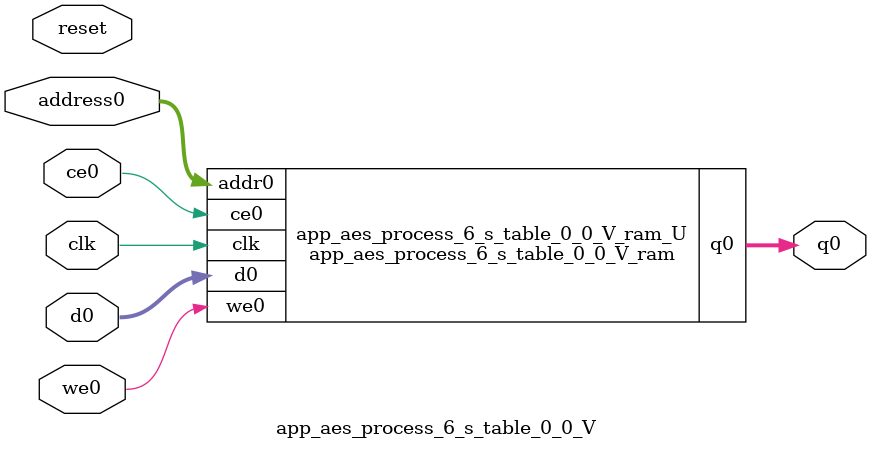
<source format=v>

`timescale 1 ns / 1 ps
module app_aes_process_6_s_table_0_0_V_ram (addr0, ce0, d0, we0, q0,  clk);

parameter DWIDTH = 8;
parameter AWIDTH = 6;
parameter MEM_SIZE = 64;

input[AWIDTH-1:0] addr0;
input ce0;
input[DWIDTH-1:0] d0;
input we0;
output reg[DWIDTH-1:0] q0;
input clk;

(* ram_style = "distributed" *)reg [DWIDTH-1:0] ram[0:MEM_SIZE-1];




always @(posedge clk)  
begin 
    if (ce0) 
    begin
        if (we0) 
        begin 
            ram[addr0] <= d0; 
            q0 <= d0;
        end 
        else 
            q0 <= ram[addr0];
    end
end


endmodule


`timescale 1 ns / 1 ps
module app_aes_process_6_s_table_0_0_V(
    reset,
    clk,
    address0,
    ce0,
    we0,
    d0,
    q0);

parameter DataWidth = 32'd8;
parameter AddressRange = 32'd64;
parameter AddressWidth = 32'd6;
input reset;
input clk;
input[AddressWidth - 1:0] address0;
input ce0;
input we0;
input[DataWidth - 1:0] d0;
output[DataWidth - 1:0] q0;



app_aes_process_6_s_table_0_0_V_ram app_aes_process_6_s_table_0_0_V_ram_U(
    .clk( clk ),
    .addr0( address0 ),
    .ce0( ce0 ),
    .d0( d0 ),
    .we0( we0 ),
    .q0( q0 ));

endmodule


</source>
